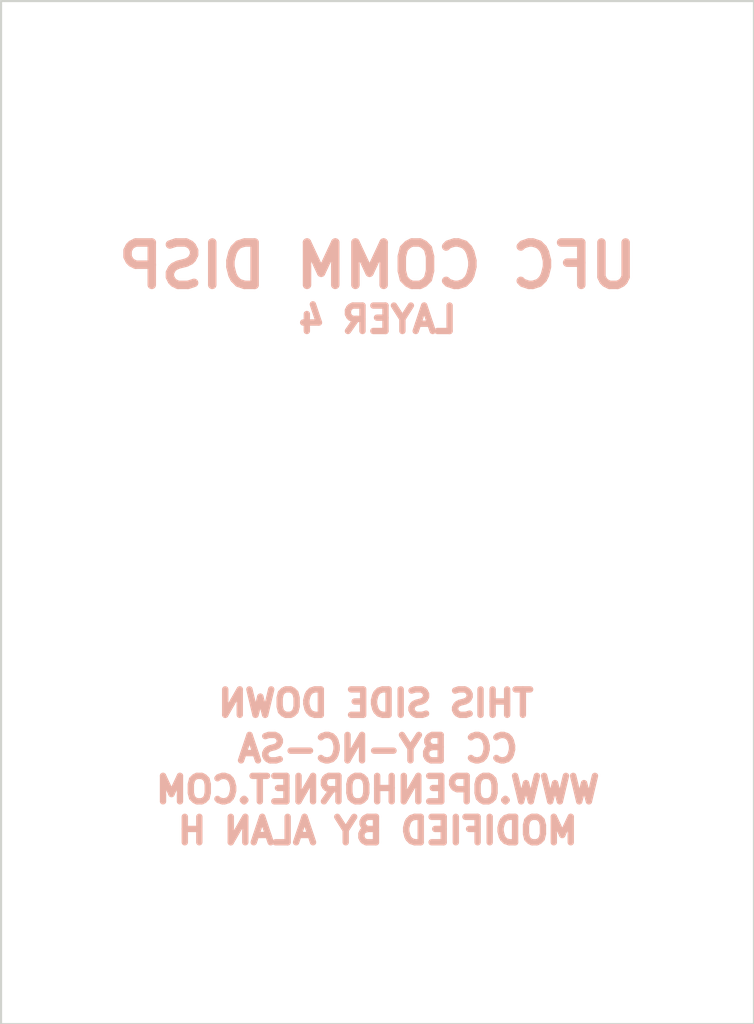
<source format=kicad_pcb>
(kicad_pcb (version 20171130) (host pcbnew "(5.1.9)-1")

  (general
    (thickness 1.6)
    (drawings 8)
    (tracks 0)
    (zones 0)
    (modules 16)
    (nets 1)
  )

  (page A4)
  (layers
    (0 F.Cu signal)
    (31 B.Cu signal)
    (32 B.Adhes user)
    (33 F.Adhes user)
    (34 B.Paste user)
    (35 F.Paste user)
    (36 B.SilkS user)
    (37 F.SilkS user)
    (38 B.Mask user)
    (39 F.Mask user)
    (40 Dwgs.User user)
    (41 Cmts.User user)
    (42 Eco1.User user)
    (43 Eco2.User user)
    (44 Edge.Cuts user)
    (45 Margin user)
    (46 B.CrtYd user)
    (47 F.CrtYd user)
    (48 B.Fab user)
    (49 F.Fab user)
  )

  (setup
    (last_trace_width 0.25)
    (user_trace_width 0.1524)
    (user_trace_width 0.2032)
    (user_trace_width 0.3048)
    (user_trace_width 0.4572)
    (user_trace_width 0.1524)
    (user_trace_width 0.2032)
    (user_trace_width 0.3048)
    (user_trace_width 0.4572)
    (user_trace_width 0.1524)
    (user_trace_width 0.2032)
    (user_trace_width 0.3048)
    (user_trace_width 0.4572)
    (user_trace_width 0.1524)
    (user_trace_width 0.2032)
    (user_trace_width 0.3048)
    (user_trace_width 0.4572)
    (user_trace_width 0.1524)
    (user_trace_width 0.2032)
    (user_trace_width 0.3048)
    (user_trace_width 0.4572)
    (user_trace_width 0.1524)
    (user_trace_width 0.2032)
    (user_trace_width 0.3048)
    (user_trace_width 0.4572)
    (user_trace_width 0.1524)
    (user_trace_width 0.2032)
    (user_trace_width 0.3048)
    (user_trace_width 0.4572)
    (user_trace_width 0.1524)
    (user_trace_width 0.2032)
    (user_trace_width 0.3048)
    (user_trace_width 0.4572)
    (user_trace_width 0.1524)
    (user_trace_width 0.2032)
    (user_trace_width 0.3048)
    (user_trace_width 0.4572)
    (user_trace_width 0.1524)
    (user_trace_width 0.2032)
    (user_trace_width 0.3048)
    (user_trace_width 0.4572)
    (user_trace_width 0.1524)
    (user_trace_width 0.2032)
    (user_trace_width 0.3048)
    (user_trace_width 0.4572)
    (user_trace_width 0.1524)
    (user_trace_width 0.2032)
    (user_trace_width 0.3048)
    (user_trace_width 0.4572)
    (trace_clearance 0.2)
    (zone_clearance 0.508)
    (zone_45_only no)
    (trace_min 0.127)
    (via_size 0.8)
    (via_drill 0.4)
    (via_min_size 0.45)
    (via_min_drill 0.2)
    (user_via 0.45 0.2)
    (user_via 0.45 0.2)
    (user_via 0.45 0.2)
    (user_via 0.45 0.2)
    (user_via 0.45 0.2)
    (user_via 0.45 0.2)
    (user_via 0.45 0.2)
    (user_via 0.45 0.2)
    (user_via 0.45 0.2)
    (user_via 0.45 0.2)
    (user_via 0.45 0.2)
    (user_via 0.45 0.2)
    (uvia_size 0.3)
    (uvia_drill 0.1)
    (uvias_allowed no)
    (uvia_min_size 0.2)
    (uvia_min_drill 0.1)
    (edge_width 0.05)
    (segment_width 0.2)
    (pcb_text_width 0.3)
    (pcb_text_size 1.5 1.5)
    (mod_edge_width 0.12)
    (mod_text_size 1 1)
    (mod_text_width 0.15)
    (pad_size 0.59 0.64)
    (pad_drill 0)
    (pad_to_mask_clearance 0.051)
    (solder_mask_min_width 0.25)
    (aux_axis_origin 151.945 52.19)
    (grid_origin 150.04 47.11)
    (visible_elements 7FFFFFDF)
    (pcbplotparams
      (layerselection 0x010fc_ffffffff)
      (usegerberextensions false)
      (usegerberattributes false)
      (usegerberadvancedattributes false)
      (creategerberjobfile true)
      (excludeedgelayer true)
      (linewidth 0.100000)
      (plotframeref false)
      (viasonmask false)
      (mode 1)
      (useauxorigin false)
      (hpglpennumber 1)
      (hpglpenspeed 20)
      (hpglpendiameter 15.000000)
      (psnegative false)
      (psa4output false)
      (plotreference true)
      (plotvalue true)
      (plotinvisibletext false)
      (padsonsilk false)
      (subtractmaskfromsilk false)
      (outputformat 1)
      (mirror false)
      (drillshape 0)
      (scaleselection 1)
      (outputdirectory "../Gerbers/Display layers/Com layer 4/"))
  )

  (net 0 "")

  (net_class Default "This is the default net class."
    (clearance 0.2)
    (trace_width 0.25)
    (via_dia 0.8)
    (via_drill 0.4)
    (uvia_dia 0.3)
    (uvia_drill 0.1)
  )

  (module KiCAD_Libraries:OPT_DISP_NPTH_0.6x0.9mmx3 (layer F.Cu) (tedit 5FB81E2A) (tstamp 5FB86178)
    (at 158.439 101.737 45)
    (path /5FB5BEF2)
    (fp_text reference D6 (at 0 -1.17 45) (layer F.SilkS) hide
      (effects (font (size 1 1) (thickness 0.15)))
    )
    (fp_text value LED (at 0 1.17 45) (layer F.Fab)
      (effects (font (size 1 1) (thickness 0.15)))
    )
    (fp_text user %R (at 0 0 45) (layer F.Fab)
      (effects (font (size 0.25 0.25) (thickness 0.04)))
    )
    (pad "" np_thru_hole circle (at 0 0 45) (size 0.6 0.6) (drill 0.6) (layers *.Cu *.Mask))
    (pad "" np_thru_hole circle (at -0.9 0 45) (size 0.6 0.6) (drill 0.6) (layers *.Cu *.Mask))
    (pad "" np_thru_hole circle (at 0.9 0 45) (size 0.6 0.6) (drill 0.6) (layers *.Cu *.Mask))
  )

  (module KiCAD_Libraries:OPT_DISP_NPTH_0.6x0.9mmx3 (layer F.Cu) (tedit 5FB81E2A) (tstamp 5FB86171)
    (at 161.614 103.3245)
    (path /5FB5EA48)
    (fp_text reference D14 (at 0 -1.17) (layer F.SilkS) hide
      (effects (font (size 1 1) (thickness 0.15)))
    )
    (fp_text value LED (at 0 1.17) (layer F.Fab)
      (effects (font (size 1 1) (thickness 0.15)))
    )
    (fp_text user %R (at 0 0) (layer F.Fab)
      (effects (font (size 0.25 0.25) (thickness 0.04)))
    )
    (pad "" np_thru_hole circle (at 0 0) (size 0.6 0.6) (drill 0.6) (layers *.Cu *.Mask))
    (pad "" np_thru_hole circle (at -0.9 0) (size 0.6 0.6) (drill 0.6) (layers *.Cu *.Mask))
    (pad "" np_thru_hole circle (at 0.9 0) (size 0.6 0.6) (drill 0.6) (layers *.Cu *.Mask))
  )

  (module KiCAD_Libraries:OPT_DISP_NPTH_0.6x0.9mmx3 (layer F.Cu) (tedit 5FB81E2A) (tstamp 5FB8616A)
    (at 160.0265 101.737 90)
    (path /5FB5EA0C)
    (fp_text reference D9 (at 0 -1.17 90) (layer F.SilkS) hide
      (effects (font (size 1 1) (thickness 0.15)))
    )
    (fp_text value LED (at 0 1.17 90) (layer F.Fab)
      (effects (font (size 1 1) (thickness 0.15)))
    )
    (fp_text user %R (at 0 0 90) (layer F.Fab)
      (effects (font (size 0.25 0.25) (thickness 0.04)))
    )
    (pad "" np_thru_hole circle (at 0 0 90) (size 0.6 0.6) (drill 0.6) (layers *.Cu *.Mask))
    (pad "" np_thru_hole circle (at -0.9 0 90) (size 0.6 0.6) (drill 0.6) (layers *.Cu *.Mask))
    (pad "" np_thru_hole circle (at 0.9 0 90) (size 0.6 0.6) (drill 0.6) (layers *.Cu *.Mask))
  )

  (module KiCAD_Libraries:OPT_DISP_NPTH_0.6x0.9mmx3 (layer F.Cu) (tedit 5FB81E2A) (tstamp 5FB86163)
    (at 161.614 96.9745)
    (path /5FB5EA18)
    (fp_text reference D10 (at 0 -1.17) (layer F.SilkS) hide
      (effects (font (size 1 1) (thickness 0.15)))
    )
    (fp_text value LED (at 0 1.17) (layer F.Fab)
      (effects (font (size 1 1) (thickness 0.15)))
    )
    (fp_text user %R (at 0 0) (layer F.Fab)
      (effects (font (size 0.25 0.25) (thickness 0.04)))
    )
    (pad "" np_thru_hole circle (at 0 0) (size 0.6 0.6) (drill 0.6) (layers *.Cu *.Mask))
    (pad "" np_thru_hole circle (at -0.9 0) (size 0.6 0.6) (drill 0.6) (layers *.Cu *.Mask))
    (pad "" np_thru_hole circle (at 0.9 0) (size 0.6 0.6) (drill 0.6) (layers *.Cu *.Mask))
  )

  (module KiCAD_Libraries:OPT_DISP_NPTH_0.6x0.9mmx3 (layer F.Cu) (tedit 5FB81E2A) (tstamp 5FB8615C)
    (at 156.8515 101.737 90)
    (path /5FB5A1A3)
    (fp_text reference D2 (at 0 -1.17 90) (layer F.SilkS) hide
      (effects (font (size 1 1) (thickness 0.15)))
    )
    (fp_text value LED (at 0 1.17 90) (layer F.Fab)
      (effects (font (size 1 1) (thickness 0.15)))
    )
    (fp_text user %R (at 0 0 90) (layer F.Fab)
      (effects (font (size 0.25 0.25) (thickness 0.04)))
    )
    (pad "" np_thru_hole circle (at 0 0 90) (size 0.6 0.6) (drill 0.6) (layers *.Cu *.Mask))
    (pad "" np_thru_hole circle (at -0.9 0 90) (size 0.6 0.6) (drill 0.6) (layers *.Cu *.Mask))
    (pad "" np_thru_hole circle (at 0.9 0 90) (size 0.6 0.6) (drill 0.6) (layers *.Cu *.Mask))
  )

  (module KiCAD_Libraries:OPT_DISP_NPTH_0.6x0.9mmx3 (layer F.Cu) (tedit 5FB81E2A) (tstamp 5FB86155)
    (at 160.0265 98.562 270)
    (path /5FB5BF0A)
    (fp_text reference D8 (at 0 -1.17 90) (layer F.SilkS) hide
      (effects (font (size 1 1) (thickness 0.15)))
    )
    (fp_text value LED (at 0 1.17 90) (layer F.Fab)
      (effects (font (size 1 1) (thickness 0.15)))
    )
    (fp_text user %R (at 0 0 90) (layer F.Fab)
      (effects (font (size 0.25 0.25) (thickness 0.04)))
    )
    (pad "" np_thru_hole circle (at 0 0 270) (size 0.6 0.6) (drill 0.6) (layers *.Cu *.Mask))
    (pad "" np_thru_hole circle (at -0.9 0 270) (size 0.6 0.6) (drill 0.6) (layers *.Cu *.Mask))
    (pad "" np_thru_hole circle (at 0.9 0 270) (size 0.6 0.6) (drill 0.6) (layers *.Cu *.Mask))
  )

  (module KiCAD_Libraries:OPT_DISP_NPTH_0.6x0.9mmx3 (layer F.Cu) (tedit 5FB81E2A) (tstamp 5FB8614E)
    (at 163.2015 98.562 270)
    (path /5FB5EA54)
    (fp_text reference D15 (at 0 -1.17 90) (layer F.SilkS) hide
      (effects (font (size 1 1) (thickness 0.15)))
    )
    (fp_text value LED (at 0 1.17 90) (layer F.Fab)
      (effects (font (size 1 1) (thickness 0.15)))
    )
    (fp_text user %R (at 0 0 90) (layer F.Fab)
      (effects (font (size 0.25 0.25) (thickness 0.04)))
    )
    (pad "" np_thru_hole circle (at 0 0 270) (size 0.6 0.6) (drill 0.6) (layers *.Cu *.Mask))
    (pad "" np_thru_hole circle (at -0.9 0 270) (size 0.6 0.6) (drill 0.6) (layers *.Cu *.Mask))
    (pad "" np_thru_hole circle (at 0.9 0 270) (size 0.6 0.6) (drill 0.6) (layers *.Cu *.Mask))
  )

  (module KiCAD_Libraries:OPT_DISP_NPTH_0.6x0.9mmx3 (layer F.Cu) (tedit 5FB81E2A) (tstamp 5FB86147)
    (at 156.8515 98.562 270)
    (path /5FB59324)
    (fp_text reference D1 (at 0 -1.17 90) (layer F.SilkS) hide
      (effects (font (size 1 1) (thickness 0.15)))
    )
    (fp_text value LED (at 0 1.17 90) (layer F.Fab)
      (effects (font (size 1 1) (thickness 0.15)))
    )
    (fp_text user %R (at 0 0 90) (layer F.Fab)
      (effects (font (size 0.25 0.25) (thickness 0.04)))
    )
    (pad "" np_thru_hole circle (at 0 0 270) (size 0.6 0.6) (drill 0.6) (layers *.Cu *.Mask))
    (pad "" np_thru_hole circle (at -0.9 0 270) (size 0.6 0.6) (drill 0.6) (layers *.Cu *.Mask))
    (pad "" np_thru_hole circle (at 0.9 0 270) (size 0.6 0.6) (drill 0.6) (layers *.Cu *.Mask))
  )

  (module KiCAD_Libraries:OPT_DISP_NPTH_0.6x0.9mmx3 (layer F.Cu) (tedit 5FB81E2A) (tstamp 5FB86140)
    (at 158.439 98.562 315)
    (path /5FB5B136)
    (fp_text reference D4 (at 0 -1.17 135) (layer F.SilkS) hide
      (effects (font (size 0.6 0.6) (thickness 0.15)))
    )
    (fp_text value LED (at 0 1.17 135) (layer F.Fab)
      (effects (font (size 1 1) (thickness 0.15)))
    )
    (fp_text user %R (at 0 0 135) (layer F.Fab)
      (effects (font (size 0.25 0.25) (thickness 0.04)))
    )
    (pad "" np_thru_hole circle (at 0 0 315) (size 0.6 0.6) (drill 0.6) (layers *.Cu *.Mask))
    (pad "" np_thru_hole circle (at -0.9 0 315) (size 0.6 0.6) (drill 0.6) (layers *.Cu *.Mask))
    (pad "" np_thru_hole circle (at 0.9 0 315) (size 0.6 0.6) (drill 0.6) (layers *.Cu *.Mask))
  )

  (module KiCAD_Libraries:OPT_DISP_NPTH_0.6x0.9mmx3 (layer F.Cu) (tedit 5FB81E2A) (tstamp 5FB86139)
    (at 158.439 103.3245)
    (path /5FB5BEFE)
    (fp_text reference D7 (at 0 -1.17) (layer F.SilkS) hide
      (effects (font (size 1 1) (thickness 0.15)))
    )
    (fp_text value LED (at 0 1.17) (layer F.Fab)
      (effects (font (size 1 1) (thickness 0.15)))
    )
    (fp_text user %R (at 0 0) (layer F.Fab)
      (effects (font (size 0.25 0.25) (thickness 0.04)))
    )
    (pad "" np_thru_hole circle (at 0 0) (size 0.6 0.6) (drill 0.6) (layers *.Cu *.Mask))
    (pad "" np_thru_hole circle (at -0.9 0) (size 0.6 0.6) (drill 0.6) (layers *.Cu *.Mask))
    (pad "" np_thru_hole circle (at 0.9 0) (size 0.6 0.6) (drill 0.6) (layers *.Cu *.Mask))
  )

  (module KiCAD_Libraries:OPT_DISP_NPTH_0.6x0.9mmx3 (layer F.Cu) (tedit 5FB81E2A) (tstamp 5FB86132)
    (at 158.439 100.1495)
    (path /5FB5BEE6)
    (fp_text reference D5 (at 0 -1.17) (layer F.SilkS) hide
      (effects (font (size 1 1) (thickness 0.15)))
    )
    (fp_text value LED (at 0 1.17) (layer F.Fab)
      (effects (font (size 1 1) (thickness 0.15)))
    )
    (fp_text user %R (at 0 0) (layer F.Fab)
      (effects (font (size 0.25 0.25) (thickness 0.04)))
    )
    (pad "" np_thru_hole circle (at 0 0) (size 0.6 0.6) (drill 0.6) (layers *.Cu *.Mask))
    (pad "" np_thru_hole circle (at -0.9 0) (size 0.6 0.6) (drill 0.6) (layers *.Cu *.Mask))
    (pad "" np_thru_hole circle (at 0.9 0) (size 0.6 0.6) (drill 0.6) (layers *.Cu *.Mask))
  )

  (module KiCAD_Libraries:OPT_DISP_NPTH_0.6x0.9mmx3 (layer F.Cu) (tedit 5FB81E2A) (tstamp 5FB8612B)
    (at 158.439 96.9745)
    (path /5FB5B12A)
    (fp_text reference D3 (at 0 -1.17) (layer F.SilkS) hide
      (effects (font (size 1 1) (thickness 0.15)))
    )
    (fp_text value LED (at 0 1.17) (layer F.Fab)
      (effects (font (size 1 1) (thickness 0.15)))
    )
    (fp_text user %R (at 0 0) (layer F.Fab)
      (effects (font (size 0.25 0.25) (thickness 0.04)))
    )
    (pad "" np_thru_hole circle (at 0 0) (size 0.6 0.6) (drill 0.6) (layers *.Cu *.Mask))
    (pad "" np_thru_hole circle (at -0.9 0) (size 0.6 0.6) (drill 0.6) (layers *.Cu *.Mask))
    (pad "" np_thru_hole circle (at 0.9 0) (size 0.6 0.6) (drill 0.6) (layers *.Cu *.Mask))
  )

  (module KiCAD_Libraries:OPT_DISP_NPTH_0.6x0.9mmx3 (layer F.Cu) (tedit 5FB81E2A) (tstamp 5FB86124)
    (at 163.2015 101.737 90)
    (path /5FB5EA60)
    (fp_text reference D16 (at 0 -1.17 90) (layer F.SilkS) hide
      (effects (font (size 1 1) (thickness 0.15)))
    )
    (fp_text value LED (at 0 1.17 90) (layer F.Fab)
      (effects (font (size 1 1) (thickness 0.15)))
    )
    (fp_text user %R (at 0 0 90) (layer F.Fab)
      (effects (font (size 0.25 0.25) (thickness 0.04)))
    )
    (pad "" np_thru_hole circle (at 0 0 90) (size 0.6 0.6) (drill 0.6) (layers *.Cu *.Mask))
    (pad "" np_thru_hole circle (at -0.9 0 90) (size 0.6 0.6) (drill 0.6) (layers *.Cu *.Mask))
    (pad "" np_thru_hole circle (at 0.9 0 90) (size 0.6 0.6) (drill 0.6) (layers *.Cu *.Mask))
  )

  (module KiCAD_Libraries:OPT_DISP_NPTH_0.6x0.9mmx3 (layer F.Cu) (tedit 5FB81E2A) (tstamp 5FB8611D)
    (at 161.614 98.562 45)
    (path /5FB5EA24)
    (fp_text reference D11 (at 0 -1.17 45) (layer F.SilkS) hide
      (effects (font (size 1 1) (thickness 0.15)))
    )
    (fp_text value LED (at 0 1.17 45) (layer F.Fab)
      (effects (font (size 1 1) (thickness 0.15)))
    )
    (fp_text user %R (at 0 0 45) (layer F.Fab)
      (effects (font (size 0.25 0.25) (thickness 0.04)))
    )
    (pad "" np_thru_hole circle (at 0 0 45) (size 0.6 0.6) (drill 0.6) (layers *.Cu *.Mask))
    (pad "" np_thru_hole circle (at -0.9 0 45) (size 0.6 0.6) (drill 0.6) (layers *.Cu *.Mask))
    (pad "" np_thru_hole circle (at 0.9 0 45) (size 0.6 0.6) (drill 0.6) (layers *.Cu *.Mask))
  )

  (module KiCAD_Libraries:OPT_DISP_NPTH_0.6x0.9mmx3 (layer F.Cu) (tedit 5FB81E2A) (tstamp 5FB86116)
    (at 161.614 100.1495)
    (path /5FB5EA30)
    (fp_text reference D12 (at 0 -1.17) (layer F.SilkS) hide
      (effects (font (size 1 1) (thickness 0.15)))
    )
    (fp_text value LED (at 0 1.17) (layer F.Fab)
      (effects (font (size 1 1) (thickness 0.15)))
    )
    (fp_text user %R (at 0 0) (layer F.Fab)
      (effects (font (size 0.25 0.25) (thickness 0.04)))
    )
    (pad "" np_thru_hole circle (at 0 0) (size 0.6 0.6) (drill 0.6) (layers *.Cu *.Mask))
    (pad "" np_thru_hole circle (at -0.9 0) (size 0.6 0.6) (drill 0.6) (layers *.Cu *.Mask))
    (pad "" np_thru_hole circle (at 0.9 0) (size 0.6 0.6) (drill 0.6) (layers *.Cu *.Mask))
  )

  (module KiCAD_Libraries:OPT_DISP_NPTH_0.6x0.9mmx3 (layer F.Cu) (tedit 5FB81E2A) (tstamp 5FB8610F)
    (at 161.614 101.737 315)
    (path /5FB5EA3C)
    (fp_text reference D13 (at 0 -1.17 135) (layer F.SilkS) hide
      (effects (font (size 1 1) (thickness 0.15)))
    )
    (fp_text value LED (at 0 1.17 135) (layer F.Fab)
      (effects (font (size 1 1) (thickness 0.15)))
    )
    (fp_text user %R (at 0 0 135) (layer F.Fab)
      (effects (font (size 0.25 0.25) (thickness 0.04)))
    )
    (pad "" np_thru_hole circle (at 0 0 315) (size 0.6 0.6) (drill 0.6) (layers *.Cu *.Mask))
    (pad "" np_thru_hole circle (at -0.9 0 315) (size 0.6 0.6) (drill 0.6) (layers *.Cu *.Mask))
    (pad "" np_thru_hole circle (at 0.9 0 315) (size 0.6 0.6) (drill 0.6) (layers *.Cu *.Mask))
  )

  (gr_text "LAYER 4" (at 160.076 95.597) (layer B.SilkS) (tstamp 5FB86368)
    (effects (font (size 0.6 0.6) (thickness 0.15)) (justify mirror))
  )
  (gr_text "UFC COMM DISP\n" (at 160.076 94.327) (layer B.SilkS) (tstamp 5FB86365)
    (effects (font (size 1 1) (thickness 0.2)) (justify mirror))
  )
  (gr_text "CC BY-NC-SA\nWWW.OPENHORNET.COM\nMODIFIED BY ALAN H" (at 160.08 106.69) (layer B.SilkS)
    (effects (font (size 0.6 0.6) (thickness 0.15)) (justify mirror))
  )
  (gr_text "THIS SIDE DOWN" (at 160.035 104.65) (layer B.SilkS) (tstamp 5FB86369)
    (effects (font (size 0.6 0.6) (thickness 0.15)) (justify mirror))
  )
  (gr_line (start 168.964 112.215) (end 168.964 88.085) (layer Edge.Cuts) (width 0.05) (tstamp 609C4896))
  (gr_line (start 151.184 88.085) (end 151.184 112.215) (layer Edge.Cuts) (width 0.05) (tstamp 609C4895))
  (gr_line (start 168.964 112.215) (end 151.184 112.215) (layer Edge.Cuts) (width 0.05))
  (gr_line (start 151.184 88.085) (end 168.964 88.085) (layer Edge.Cuts) (width 0.05))

)

</source>
